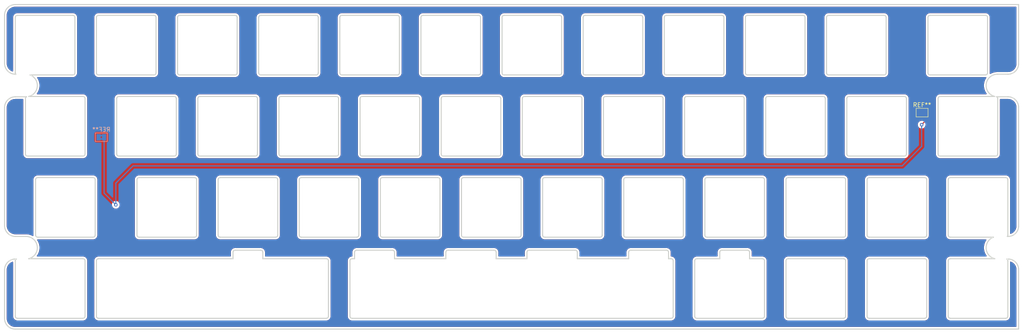
<source format=kicad_pcb>
(kicad_pcb (version 20210722) (generator pcbnew)
  (layers (0 "F.Cu" signal) (31 "B.Cu" signal) (34 "B.Paste" user) (35 "F.Paste" user) (36 "B.SilkS" user "B.Silkscreen") (37 "F.SilkS" user "F.Silkscreen") (38 "B.Mask" user) (39 "F.Mask" user) (44 "Edge.Cuts" user))
  (net 0 "")
  (footprint "Jumper:SolderJumper-2_P1.3mm_Bridged2Bar_Pad1.0x1.5mm" (layer "F.Cu") (at 239.725 87.7)
    (fp_text reference "REF**" (at 0 -1.8) (layer "F.SilkS"))
    (fp_text value "SolderJumper-2_P1.3mm_Bridged2Bar_Pad1.0x1.5mm")
    (fp_poly (pts (xy -0.25 -0.6) (xy 0.25 -0.6) (xy 0.25 -0.2) (xy -0.25 -0.2)) (layer "F.Cu") (width 0) (fill solid))
    (fp_poly (pts (xy -0.25 0.2) (xy 0.25 0.2) (xy 0.25 0.6) (xy -0.25 0.6)) (layer "F.Cu") (width 0) (fill solid))
    (fp_line (start -1.4 1) (end -1.4 -1) (layer "F.SilkS") (width 0.12))
    (fp_line (start 1.4 1) (end -1.4 1) (layer "F.SilkS") (width 0.12))
    (fp_line (start -1.4 -1) (end 1.4 -1) (layer "F.SilkS") (width 0.12))
    (fp_line (start 1.4 -1) (end 1.4 1) (layer "F.SilkS") (width 0.12))
    (pad "1" smd rect locked (at -0.65 0) (size 1 1.5) (layers "F.Cu" "F.Mask"))
    (pad "2" smd rect locked (at 0.65 0) (size 1 1.5) (layers "F.Cu" "F.Mask"))
  )
  (footprint "Jumper:SolderJumper-2_P1.3mm_Bridged2Bar_Pad1.0x1.5mm" (layer "B.Cu") (at 47 93.475 180)
    (fp_text reference "REF**" (at 0 1.8) (layer "B.SilkS") (effects (justify mirror)))
    (fp_text value "SolderJumper-2_P1.3mm_Bridged2Bar_Pad1.0x1.5mm")
    (fp_poly (pts (xy -0.25 -0.2) (xy 0.25 -0.2) (xy 0.25 -0.6) (xy -0.25 -0.6)) (layer "B.Cu") (width 0) (fill solid))
    (fp_poly (pts (xy -0.25 0.6) (xy 0.25 0.6) (xy 0.25 0.2) (xy -0.25 0.2)) (layer "B.Cu") (width 0) (fill solid))
    (fp_line (start -1.4 1) (end 1.4 1) (layer "B.SilkS") (width 0.12))
    (fp_line (start 1.4 -1) (end -1.4 -1) (layer "B.SilkS") (width 0.12))
    (fp_line (start -1.4 -1) (end -1.4 1) (layer "B.SilkS") (width 0.12))
    (fp_line (start 1.4 1) (end 1.4 -1) (layer "B.SilkS") (width 0.12))
    (pad "1" smd rect locked (at -0.65 0 180) (size 1 1.5) (layers "B.Cu" "B.Mask"))
    (pad "2" smd rect locked (at 0.65 0 180) (size 1 1.5) (layers "B.Cu" "B.Mask"))
  )
  (gr_arc (start 68.86875 116.45) (end 68.86875 116.95) (angle -90) (layer "Edge.Cuts") (width 0.25))
  (gr_arc (start 197.45625 84.4) (end 197.95625 84.4) (angle -90) (layer "Edge.Cuts") (width 0.25))
  (gr_line (start 26.79375 122.5) (end 26.79375 135.5) (layer "Edge.Cuts") (width 0.25))
  (gr_line (start 88.70625 84.4) (end 88.70625 97.4) (layer "Edge.Cuts") (width 0.25))
  (gr_line (start 241.60625 64.85) (end 254.60625 64.85) (layer "Edge.Cuts") (width 0.25))
  (gr_arc (start 221.26875 135.5) (end 221.26875 135.999999) (angle -90) (layer "Edge.Cuts") (width 0.25))
  (gr_line (start 192.21875 122) (end 192.21875 120.5) (layer "Edge.Cuts") (width 0.25))
  (gr_arc (start 165.40625 97.4) (end 164.906249 97.4) (angle -90) (layer "Edge.Cuts") (width 0.25))
  (gr_arc (start 217.79375 65.35) (end 217.79375 64.85) (angle -90) (layer "Edge.Cuts") (width 0.25))
  (gr_arc (start 45.05625 103.45) (end 45.55625 103.45) (angle -90) (layer "Edge.Cuts") (width 0.25))
  (gr_arc (start 42.675 135.5) (end 42.675 136) (angle -90) (layer "Edge.Cuts") (width 0.25))
  (gr_line (start 181.2875 122.5) (end 181.2875 135.5) (layer "Edge.Cuts") (width 0.25))
  (gr_arc (start 40.293749 65.35) (end 40.79375 65.35) (angle -90) (layer "Edge.Cuts") (width 0.25))
  (gr_line (start 203.50625 83.9) (end 216.50625 83.9) (layer "Edge.Cuts") (width 0.25))
  (gr_line (start 139.71925 122) (end 146.94325 122) (layer "Edge.Cuts") (width 0.25))
  (gr_line (start 186.8375 136) (end 202.21875 136) (layer "Edge.Cuts") (width 0.25))
  (gr_arc (start 64.10625 97.4) (end 64.10625 97.9) (angle -90) (layer "Edge.Cuts") (width 0.25))
  (gr_line (start 27.29375 136) (end 42.675 136) (layer "Edge.Cuts") (width 0.25))
  (gr_line (start 107.46875 103.45) (end 107.46875 116.45) (layer "Edge.Cuts") (width 0.25))
  (gr_line (start 113.01875 116.95) (end 126.01875 116.95) (layer "Edge.Cuts") (width 0.25))
  (gr_arc (start 32.05625 116.45) (end 31.55625 116.45) (angle -90) (layer "Edge.Cuts") (width 0.25))
  (gr_arc (start 216.50625 84.4) (end 217.00625 84.4) (angle -90) (layer "Edge.Cuts") (width 0.25))
  (gr_line (start 146.94325 122) (end 146.94325 120.5) (layer "Edge.Cuts") (width 0.25))
  (gr_line (start 202.71875 122.5) (end 202.71875 135.5) (layer "Edge.Cuts") (width 0.25))
  (gr_arc (start 227.31875 103.45) (end 227.31875 102.95) (angle -90) (layer "Edge.Cuts") (width 0.25))
  (gr_line (start 32.05625 102.95) (end 45.05625 102.95) (layer "Edge.Cuts") (width 0.25))
  (gr_line (start 29.675 97.9) (end 42.675 97.9) (layer "Edge.Cuts") (width 0.25))
  (gr_arc (start 211.74375 78.349999) (end 211.74375 78.849999) (angle -90) (layer "Edge.Cuts") (width 0.25))
  (gr_arc (start 65.39375 78.349999) (end 64.89375 78.349999) (angle -90) (layer "Edge.Cuts") (width 0.25))
  (gr_line (start 26.81875 116.775) (end 29.31875 116.775) (layer "Edge.Cuts") (width 0.25))
  (gr_line (start 145.85625 84.4) (end 145.85625 97.4) (layer "Edge.Cuts") (width 0.25))
  (gr_line (start 158.269249 120) (end 147.44325 120) (layer "Edge.Cuts") (width 0.25))
  (gr_arc (start 29.31875 81.325) (end 29.944749 83.9) (angle -145.3972241) (layer "Edge.Cuts") (width 0.25))
  (gr_line (start 46.34375 122) (end 77.91875 122) (layer "Edge.Cuts") (width 0.25))
  (gr_line (start 136.04375 65.35) (end 136.04375 78.349999) (layer "Edge.Cuts") (width 0.25))
  (gr_line (start 217.79375 64.85) (end 230.79375 64.85) (layer "Edge.Cuts") (width 0.25))
  (gr_line (start 259.91875 122.075) (end 259.632141 122.075) (layer "Edge.Cuts") (width 0.25))
  (gr_arc (start 183.16875 116.45) (end 183.16875 116.949999) (angle -90) (layer "Edge.Cuts") (width 0.25))
  (gr_line (start 27.29375 64.85) (end 40.293749 64.85) (layer "Edge.Cuts") (width 0.25))
  (gr_arc (start 29.31875 119.425) (end 29.944749 121.999999) (angle -166.336091) (layer "Edge.Cuts") (width 0.25))
  (gr_line (start 227.31875 116.95) (end 240.31875 116.95) (layer "Edge.Cuts") (width 0.25))
  (gr_arc (start 222.55625 84.4) (end 222.55625 83.899999) (angle -90) (layer "Edge.Cuts") (width 0.25))
  (gr_line (start 179.69375 64.85) (end 192.69375 64.85) (layer "Edge.Cuts") (width 0.25))
  (gr_line (start 26.81875 83.975) (end 29.31875 83.975) (layer "Edge.Cuts") (width 0.25))
  (gr_arc (start 83.15625 84.4) (end 83.65625 84.4) (angle -90) (layer "Edge.Cuts") (width 0.25))
  (gr_arc (start 113.01875 103.45) (end 113.01875 102.95) (angle -90) (layer "Edge.Cuts") (width 0.25))
  (gr_arc (start 26.81875 76.125) (end 24.26875 76.125) (angle -90) (layer "Edge.Cuts") (width 0.25))
  (gr_line (start 179.19375 65.35) (end 179.19375 78.349999) (layer "Edge.Cuts") (width 0.25))
  (gr_line (start 207.76875 103.45) (end 207.76875 116.45) (layer "Edge.Cuts") (width 0.25))
  (gr_line (start 46.34375 64.85) (end 59.34375 64.85) (layer "Edge.Cuts") (width 0.25))
  (gr_line (start 70.15625 97.9) (end 83.15625 97.9) (layer "Edge.Cuts") (width 0.25))
  (gr_arc (start 89.20625 84.4) (end 89.20625 83.899999) (angle -90) (layer "Edge.Cuts") (width 0.25))
  (gr_arc (start 87.91875 116.45) (end 87.91875 116.95) (angle -90) (layer "Edge.Cuts") (width 0.25))
  (gr_line (start 140.80625 84.4) (end 140.80625 97.4) (layer "Edge.Cuts") (width 0.25))
  (gr_arc (start 141.59375 78.349999) (end 141.093749 78.349999) (angle -90) (layer "Edge.Cuts") (width 0.25))
  (gr_line (start 93.96875 102.95) (end 106.96875 102.95) (layer "Edge.Cuts") (width 0.25))
  (gr_arc (start 240.31875 116.45) (end 240.31875 116.949999) (angle -90) (layer "Edge.Cuts") (width 0.25))
  (gr_arc (start 240.31875 122.5) (end 240.818749 122.5) (angle -90) (layer "Edge.Cuts") (width 0.25))
  (gr_arc (start 208.26875 135.5) (end 207.76875 135.5) (angle -90) (layer "Edge.Cuts") (width 0.25))
  (gr_line (start 217.29375 65.35) (end 217.29375 78.349999) (layer "Edge.Cuts") (width 0.25))
  (gr_arc (start 170.16875 103.45) (end 170.16875 102.95) (angle -90) (layer "Edge.Cuts") (width 0.25))
  (gr_arc (start 227.31875 135.5) (end 226.818749 135.5) (angle -90) (layer "Edge.Cuts") (width 0.25))
  (gr_arc (start 42.675 122.5) (end 43.175 122.5) (angle -90) (layer "Edge.Cuts") (width 0.25))
  (gr_arc (start 256.9875 97.4) (end 256.9875 97.9) (angle -90) (layer "Edge.Cuts") (width 0.25))
  (gr_arc (start 135.54375 78.349999) (end 135.54375 78.85) (angle -90) (layer "Edge.Cuts") (width 0.25))
  (gr_arc (start 84.41875 120.5) (end 84.91875 120.5) (angle -90) (layer "Edge.Cuts") (width 0.25))
  (gr_line (start 55.86875 116.95) (end 68.86875 116.95) (layer "Edge.Cuts") (width 0.25))
  (gr_line (start 40.793749 65.35) (end 40.793749 78.349999) (layer "Edge.Cuts") (width 0.25))
  (gr_line (start 222.55625 83.9) (end 235.55625 83.9) (layer "Edge.Cuts") (width 0.25))
  (gr_arc (start 202.21875 116.45) (end 202.21875 116.949999) (angle -90) (layer "Edge.Cuts") (width 0.25))
  (gr_line (start 145.56875 103.45) (end 145.56875 116.45) (layer "Edge.Cuts") (width 0.25))
  (gr_line (start 45.84375 122.5) (end 45.84375 135.5) (layer "Edge.Cuts") (width 0.25))
  (gr_line (start 217.00625 84.4) (end 217.00625 97.4) (layer "Edge.Cuts") (width 0.25))
  (gr_arc (start 160.64375 65.35) (end 160.64375 64.85) (angle -90) (layer "Edge.Cuts") (width 0.25))
  (gr_arc (start 179.69375 65.35) (end 179.69375 64.85) (angle -90) (layer "Edge.Cuts") (width 0.25))
  (gr_line (start 121.75625 84.4) (end 121.75625 97.4) (layer "Edge.Cuts") (width 0.25))
  (gr_line (start 199.21875 122) (end 202.21875 122) (layer "Edge.Cuts") (width 0.25))
  (gr_arc (start 113.01875 116.45) (end 112.51875 116.45) (angle -90) (layer "Edge.Cuts") (width 0.25))
  (gr_line (start 88.41875 103.45) (end 88.41875 116.45) (layer "Edge.Cuts") (width 0.25))
  (gr_arc (start 235.55625 84.4) (end 236.05625 84.4) (angle -90) (layer "Edge.Cuts") (width 0.25))
  (gr_arc (start 102.20625 84.4) (end 102.70625 84.4) (angle -90) (layer "Edge.Cuts") (width 0.25))
  (gr_arc (start 240.31875 135.5) (end 240.31875 135.999999) (angle -90) (layer "Edge.Cuts") (width 0.25))
  (gr_line (start 158.76925 122) (end 170.81925 122) (layer "Edge.Cuts") (width 0.25))
  (gr_arc (start 203.50625 97.4) (end 203.006249 97.4) (angle -90) (layer "Edge.Cuts") (width 0.25))
  (gr_line (start 146.35625 83.9) (end 159.35625 83.9) (layer "Edge.Cuts") (width 0.25))
  (gr_arc (start 259.91875 86.455) (end 262.39375 86.297599) (angle -86.36110281) (layer "Edge.Cuts") (width 0.25))
  (gr_line (start 77.91875 122) (end 77.91875 120.5) (layer "Edge.Cuts") (width 0.25))
  (gr_line (start 243.9875 83.9) (end 256.79275 83.9) (layer "Edge.Cuts") (width 0.25))
  (gr_arc (start 74.91875 103.45) (end 74.91875 102.95) (angle -90) (layer "Edge.Cuts") (width 0.25))
  (gr_line (start 29.944749 122) (end 42.675 122) (layer "Edge.Cuts") (width 0.25))
  (gr_line (start 170.81925 122) (end 170.81925 120.5) (layer "Edge.Cuts") (width 0.25))
  (gr_arc (start 146.35625 84.4) (end 146.35625 83.899999) (angle -90) (layer "Edge.Cuts") (width 0.25))
  (gr_line (start 83.65625 84.4) (end 83.65625 97.4) (layer "Edge.Cuts") (width 0.25))
  (gr_line (start 188.71875 103.45) (end 188.71875 116.45) (layer "Edge.Cuts") (width 0.25))
  (gr_arc (start 29.675 97.4) (end 29.174999 97.4) (angle -90) (layer "Edge.Cuts") (width 0.25))
  (gr_arc (start 164.11875 116.45) (end 164.11875 116.949999) (angle -90) (layer "Edge.Cuts") (width 0.25))
  (gr_arc (start 29.31875 81.325) (end 29.31875 83.974999) (angle -2.068860014) (layer "Edge.Cuts") (width 0.25))
  (gr_arc (start 235.55625 97.4) (end 235.55625 97.9) (angle -90) (layer "Edge.Cuts") (width 0.25))
  (gr_arc (start 202.21875 103.45) (end 202.718749 103.45) (angle -90) (layer "Edge.Cuts") (width 0.25))
  (gr_line (start 64.60625 84.4) (end 64.60625 97.4) (layer "Edge.Cuts") (width 0.25))
  (gr_arc (start 158.269249 120.5) (end 158.769249 120.5) (angle -90) (layer "Edge.Cuts") (width 0.25))
  (gr_line (start 132.06875 116.95) (end 145.06875 116.95) (layer "Edge.Cuts") (width 0.25))
  (gr_arc (start 186.8375 135.5) (end 186.337499 135.5) (angle -90) (layer "Edge.Cuts") (width 0.25))
  (gr_line (start 179.7005 120) (end 171.31925 120) (layer "Edge.Cuts") (width 0.25))
  (gr_line (start 26.81875 122.075) (end 27.030358 122.075) (layer "Edge.Cuts") (width 0.25))
  (gr_line (start 180.2005 122) (end 180.2005 120.5) (layer "Edge.Cuts") (width 0.25))
  (gr_line (start 199.21875 122) (end 199.21875 120.5) (layer "Edge.Cuts") (width 0.25))
  (gr_arc (start 45.05625 116.45) (end 45.05625 116.95) (angle -90) (layer "Edge.Cuts") (width 0.25))
  (gr_arc (start 99.825 135.5) (end 99.825 136) (angle -90) (layer "Edge.Cuts") (width 0.25))
  (gr_arc (start 180.7875 135.5) (end 180.7875 136) (angle -90) (layer "Edge.Cuts") (width 0.25))
  (gr_arc (start 259.91875 124.555) (end 262.39375 124.397599) (angle -86.36110281) (layer "Edge.Cuts") (width 0.25))
  (gr_arc (start 27.29375 78.349999) (end 26.793749 78.349999) (angle -40.54160187) (layer "Edge.Cuts") (width 0.25))
  (gr_arc (start 59.34375 78.349999) (end 59.34375 78.85) (angle -90) (layer "Edge.Cuts") (width 0.25))
  (gr_line (start 113.01875 102.95) (end 126.01875 102.95) (layer "Edge.Cuts") (width 0.25))
  (gr_arc (start 178.40625 97.4) (end 178.40625 97.9) (angle -90) (layer "Edge.Cuts") (width 0.25))
  (gr_line (start 45.84375 65.35) (end 45.84375 78.349999) (layer "Edge.Cuts") (width 0.25))
  (gr_arc (start 122.54375 78.349999) (end 122.043749 78.349999) (angle -90) (layer "Edge.Cuts") (width 0.25))
  (gr_arc (start 259.36875 103.45) (end 259.868749 103.45) (angle -90) (layer "Edge.Cuts") (width 0.25))
  (gr_line (start 112.51875 103.45) (end 112.51875 116.45) (layer "Edge.Cuts") (width 0.25))
  (gr_line (start 69.36875 103.45) (end 69.36875 116.45) (layer "Edge.Cuts") (width 0.25))
  (gr_arc (start 180.7875 122.5) (end 181.2875 122.5) (angle -90) (layer "Edge.Cuts") (width 0.25))
  (gr_arc (start 116.49375 78.349999) (end 116.49375 78.85) (angle -90) (layer "Edge.Cuts") (width 0.25))
  (gr_line (start 74.91875 102.95) (end 87.91875 102.95) (layer "Edge.Cuts") (width 0.25))
  (gr_line (start 46.34375 136) (end 99.825 136) (layer "Edge.Cuts") (width 0.25))
  (gr_line (start 127.30625 83.9) (end 140.30625 83.9) (layer "Edge.Cuts") (width 0.25))
  (gr_arc (start 127.30625 84.4) (end 127.30625 83.899999) (angle -90) (layer "Edge.Cuts") (width 0.25))
  (gr_arc (start 183.16875 103.45) (end 183.66875 103.45) (angle -90) (layer "Edge.Cuts") (width 0.25))
  (gr_line (start 141.09375 65.35) (end 141.09375 78.349999) (layer "Edge.Cuts") (width 0.25))
  (gr_arc (start 64.10625 84.4) (end 64.60625 84.4) (angle -90) (layer "Edge.Cuts") (width 0.25))
  (gr_line (start 51.10625 83.9) (end 64.10625 83.9) (layer "Edge.Cuts") (width 0.25))
  (gr_arc (start 93.96875 103.45) (end 93.96875 102.95) (angle -90) (layer "Edge.Cuts") (width 0.25))
  (gr_line (start 105.375 122.5) (end 105.375 135.5) (layer "Edge.Cuts") (width 0.25))
  (gr_arc (start 189.21875 116.45) (end 188.71875 116.45) (angle -90) (layer "Edge.Cuts") (width 0.25))
  (gr_arc (start 27.29375 135.5) (end 26.793749 135.5) (angle -90) (layer "Edge.Cuts") (width 0.25))
  (gr_arc (start 102.20625 97.4) (end 102.20625 97.9) (angle -90) (layer "Edge.Cuts") (width 0.25))
  (gr_line (start 158.76925 122) (end 158.76925 120.5) (layer "Edge.Cuts") (width 0.25))
  (gr_line (start 51.10625 97.9) (end 64.10625 97.9) (layer "Edge.Cuts") (width 0.25))
  (gr_line (start 227.31875 122) (end 240.31875 122) (layer "Edge.Cuts") (width 0.25))
  (gr_line (start 151.11875 102.95) (end 164.11875 102.95) (layer "Edge.Cuts") (width 0.25))
  (gr_line (start 155.093749 65.35) (end 155.093749 78.349999) (layer "Edge.Cuts") (width 0.25))
  (gr_arc (start 202.21875 135.5) (end 202.21875 135.999999) (angle -90) (layer "Edge.Cuts") (width 0.25))
  (gr_arc (start 243.9875 97.4) (end 243.4875 97.4) (angle -90) (layer "Edge.Cuts") (width 0.25))
  (gr_line (start 89.20625 83.9) (end 102.20625 83.9) (layer "Edge.Cuts") (width 0.25))
  (gr_arc (start 257.41875 81.325) (end 257.41875 78.674999) (angle -166.336091) (layer "Edge.Cuts") (width 0.25))
  (gr_arc (start 160.64375 78.349999) (end 160.14375 78.349999) (angle -90) (layer "Edge.Cuts") (width 0.25))
  (gr_line (start 74.91875 116.95) (end 87.91875 116.95) (layer "Edge.Cuts") (width 0.25))
  (gr_arc (start 46.34375 135.5) (end 45.843749 135.5) (angle -90) (layer "Edge.Cuts") (width 0.25))
  (gr_line (start 202.71875 103.45) (end 202.71875 116.45) (layer "Edge.Cuts") (width 0.25))
  (gr_arc (start 259.91875 76.195) (end 259.91875 78.674999) (angle -86.36110281) (layer "Edge.Cuts") (width 0.25))
  (gr_arc (start 106.962 120.5) (end 106.962 119.999999) (angle -90) (layer "Edge.Cuts") (width 0.25))
  (gr_line (start 160.64375 78.849999) (end 173.64375 78.849999) (layer "Edge.Cuts") (width 0.25))
  (gr_arc (start 184.45625 84.4) (end 184.45625 83.899999) (angle -90) (layer "Edge.Cuts") (width 0.25))
  (gr_line (start 29.944749 83.9) (end 42.675 83.9) (layer "Edge.Cuts") (width 0.25))
  (gr_arc (start 26.81875 124.625) (end 26.81875 122.074999) (angle -90) (layer "Edge.Cuts") (width 0.25))
  (gr_arc (start 154.593749 65.35) (end 155.093749 65.35) (angle -90) (layer "Edge.Cuts") (width 0.25))
  (gr_arc (start 179.7005 120.5) (end 180.200499 120.5) (angle -90) (layer "Edge.Cuts") (width 0.25))
  (gr_arc (start 51.10625 84.4) (end 51.10625 83.899999) (angle -90) (layer "Edge.Cuts") (width 0.25))
  (gr_arc (start 139.21925 120.5) (end 139.71925 120.5) (angle -90) (layer "Edge.Cuts") (width 0.25))
  (gr_line (start 243.4875 84.4) (end 243.4875 97.4) (layer "Edge.Cuts") (width 0.25))
  (gr_line (start 240.81875 122.5) (end 240.81875 135.5) (layer "Edge.Cuts") (width 0.25))
  (gr_line (start 151.11875 116.95) (end 164.11875 116.95) (layer "Edge.Cuts") (width 0.25))
  (gr_line (start 45.55625 103.45) (end 45.55625 116.45) (layer "Edge.Cuts") (width 0.25))
  (gr_line (start 186.8375 122) (end 192.21875 122) (layer "Edge.Cuts") (width 0.25))
  (gr_arc (start 240.31875 103.45) (end 240.818749 103.45) (angle -90) (layer "Edge.Cuts") (width 0.25))
  (gr_line (start 183.95625 84.4) (end 183.95625 97.4) (layer "Edge.Cuts") (width 0.25))
  (gr_arc (start 140.30625 97.4) (end 140.30625 97.9) (angle -90) (layer "Edge.Cuts") (width 0.25))
  (gr_line (start 160.64375 64.85) (end 173.64375 64.85) (layer "Edge.Cuts") (width 0.25))
  (gr_arc (start 65.39375 65.35) (end 65.39375 64.85) (angle -90) (layer "Edge.Cuts") (width 0.25))
  (gr_line (start 93.96875 116.95) (end 106.96875 116.95) (layer "Edge.Cuts") (width 0.25))
  (gr_line (start 189.21875 116.95) (end 202.21875 116.95) (layer "Edge.Cuts") (width 0.25))
  (gr_line (start 174.14375 65.35) (end 174.14375 78.349999) (layer "Edge.Cuts") (width 0.25))
  (gr_arc (start 126.01875 103.45) (end 126.51875 103.45) (angle -90) (layer "Edge.Cuts") (width 0.25))
  (gr_line (start 24.26875 124.625) (end 24.26875 136.025) (layer "Edge.Cuts") (width 0.25))
  (gr_line (start 122.54375 64.85) (end 135.54375 64.85) (layer "Edge.Cuts") (width 0.25))
  (gr_arc (start 97.44375 65.35) (end 97.94375 65.35) (angle -90) (layer "Edge.Cuts") (width 0.25))
  (gr_line (start 164.61875 103.45) (end 164.61875 116.45) (layer "Edge.Cuts") (width 0.25))
  (gr_arc (start 246.36875 103.45) (end 246.36875 102.949999) (angle -90) (layer "Edge.Cuts") (width 0.25))
  (gr_arc (start 97.44375 78.349999) (end 97.44375 78.85) (angle -90) (layer "Edge.Cuts") (width 0.25))
  (gr_arc (start 230.79375 65.35) (end 231.29375 65.35) (angle -90) (layer "Edge.Cuts") (width 0.25))
  (gr_arc (start 128.39325 120.5) (end 128.39325 120) (angle -90) (layer "Edge.Cuts") (width 0.25))
  (gr_line (start 203.50625 97.9) (end 216.50625 97.9) (layer "Edge.Cuts") (width 0.25))
  (gr_line (start 55.36875 103.45) (end 55.36875 116.45) (layer "Edge.Cuts") (width 0.25))
  (gr_line (start 100.325 122.5) (end 100.325 135.5) (layer "Edge.Cuts") (width 0.25))
  (gr_arc (start 216.50625 97.4) (end 216.50625 97.9) (angle -90) (layer "Edge.Cuts") (width 0.25))
  (gr_arc (start 147.44325 120.5) (end 147.44325 119.999999) (angle -90) (layer "Edge.Cuts") (width 0.25))
  (gr_arc (start 151.11875 103.45) (end 151.11875 102.949999) (angle -90) (layer "Edge.Cuts") (width 0.25))
  (gr_arc (start 121.25625 84.4) (end 121.75625 84.4) (angle -90) (layer "Edge.Cuts") (width 0.25))
  (gr_arc (start 146.35625 97.4) (end 145.856249 97.4) (angle -90) (layer "Edge.Cuts") (width 0.25))
  (gr_arc (start 241.60625 65.35) (end 241.60625 64.849999) (angle -90) (layer "Edge.Cuts") (width 0.25))
  (gr_line (start 70.15625 83.9) (end 83.15625 83.9) (layer "Edge.Cuts") (width 0.25))
  (gr_arc (start 135.54375 65.35) (end 136.04375 65.35) (angle -90) (layer "Edge.Cuts") (width 0.25))
  (gr_line (start 107.75625 84.4) (end 107.75625 97.4) (layer "Edge.Cuts") (width 0.25))
  (gr_line (start 97.94375 65.35) (end 97.94375 78.349999) (layer "Edge.Cuts") (width 0.25))
  (gr_line (start 203.00625 84.4) (end 203.00625 97.4) (layer "Edge.Cuts") (width 0.25))
  (gr_line (start 245.86875 122.5) (end 245.86875 135.5) (layer "Edge.Cuts") (width 0.25))
  (gr_line (start 240.81875 103.45) (end 240.81875 116.45) (layer "Edge.Cuts") (width 0.25))
  (gr_arc (start 106.96875 103.45) (end 107.46875 103.45) (angle -90) (layer "Edge.Cuts") (width 0.25))
  (gr_arc (start 27.29375 65.35) (end 27.29375 64.849999) (angle -90) (layer "Edge.Cuts") (width 0.25))
  (gr_line (start 116.99375 65.35) (end 116.99375 78.349999) (layer "Edge.Cuts") (width 0.25))
  (gr_arc (start 26.76875 136.025) (end 24.26875 136.025) (angle -90) (layer "Edge.Cuts") (width 0.25))
  (gr_line (start 115.34325 120) (end 106.962 120) (layer "Edge.Cuts") (width 0.25))
  (gr_line (start 83.94375 65.35) (end 83.94375 78.349999) (layer "Edge.Cuts") (width 0.25))
  (gr_arc (start 246.36875 116.45) (end 245.868749 116.45) (angle -90) (layer "Edge.Cuts") (width 0.25))
  (gr_line (start 198.24375 65.35) (end 198.24375 78.349999) (layer "Edge.Cuts") (width 0.25))
  (gr_line (start 127.89325 122) (end 127.89325 120.5) (layer "Edge.Cuts") (width 0.25))
  (gr_line (start 231.29375 65.35) (end 231.29375 78.349999) (layer "Edge.Cuts") (width 0.25))
  (gr_arc (start 202.21875 122.5) (end 202.718749 122.5) (angle -90) (layer "Edge.Cuts") (width 0.25))
  (gr_line (start 262.39375 62.325) (end 262.39375 76.3524) (layer "Edge.Cuts") (width 0.25))
  (gr_line (start 84.41875 120) (end 78.41875 120) (layer "Edge.Cuts") (width 0.25))
  (gr_arc (start 230.79375 78.349999) (end 230.79375 78.849999) (angle -90) (layer "Edge.Cuts") (width 0.25))
  (gr_line (start 126.80625 84.4) (end 126.80625 97.4) (layer "Edge.Cuts") (width 0.25))
  (gr_line (start 222.55625 97.9) (end 235.55625 97.9) (layer "Edge.Cuts") (width 0.25))
  (gr_arc (start 132.06875 116.45) (end 131.56875 116.45) (angle -90) (layer "Edge.Cuts") (width 0.25))
  (gr_line (start 146.35625 97.9) (end 159.35625 97.9) (layer "Edge.Cuts") (width 0.25))
  (gr_arc (start 83.15625 97.4) (end 83.15625 97.9) (angle -90) (layer "Edge.Cuts") (width 0.25))
  (gr_arc (start 46.34375 122.5) (end 46.34375 121.999999) (angle -90) (layer "Edge.Cuts") (width 0.25))
  (gr_line (start 259.91875 78.675) (end 257.41875 78.675) (layer "Edge.Cuts") (width 0.25))
  (gr_line (start 26.81875 78.675) (end 26.913782 78.675) (layer "Edge.Cuts") (width 0.25))
  (gr_line (start 65.39375 64.85) (end 78.39375 64.85) (layer "Edge.Cuts") (width 0.25))
  (gr_line (start 246.36875 116.95) (end 256.471715 116.95) (layer "Edge.Cuts") (width 0.25))
  (gr_line (start 132.06875 102.95) (end 145.06875 102.95) (layer "Edge.Cuts") (width 0.25))
  (gr_line (start 245.86875 103.45) (end 245.86875 116.45) (layer "Edge.Cuts") (width 0.25))
  (gr_arc (start 198.71875 120.5) (end 199.218749 120.5) (angle -90) (layer "Edge.Cuts") (width 0.25))
  (gr_line (start 246.36875 122) (end 256.79275 122) (layer "Edge.Cuts") (width 0.25))
  (gr_arc (start 115.34325 120.5) (end 115.84325 120.5) (angle -90) (layer "Edge.Cuts") (width 0.25))
  (gr_arc (start 108.25625 97.4) (end 107.756249 97.4) (angle -90) (layer "Edge.Cuts") (width 0.25))
  (gr_line (start 178.90625 84.4) (end 178.90625 97.4) (layer "Edge.Cuts") (width 0.25))
  (gr_line (start 262.39375 86.297599) (end 262.39375 114.4524) (layer "Edge.Cuts") (width 0.25))
  (gr_arc (start 42.675 97.4) (end 42.675 97.9) (angle -90) (layer "Edge.Cuts") (width 0.25))
  (gr_arc (start 198.74375 78.349999) (end 198.24375 78.349999) (angle -90) (layer "Edge.Cuts") (width 0.25))
  (gr_arc (start 42.675 84.4) (end 43.175 84.4) (angle -90) (layer "Edge.Cuts") (width 0.25))
  (gr_arc (start 55.86875 116.45) (end 55.368749 116.45) (angle -90) (layer "Edge.Cuts") (width 0.25))
  (gr_line (start 108.25625 97.9) (end 121.25625 97.9) (layer "Edge.Cuts") (width 0.25))
  (gr_line (start 186.3375 122.5) (end 186.3375 135.5) (layer "Edge.Cuts") (width 0.25))
  (gr_line (start 208.26875 116.95) (end 221.26875 116.95) (layer "Edge.Cuts") (width 0.25))
  (gr_line (start 30.265784 78.849999) (end 40.293749 78.849999) (layer "Edge.Cuts") (width 0.25))
  (gr_arc (start 197.45625 97.4) (end 197.45625 97.9) (angle -90) (layer "Edge.Cuts") (width 0.25))
  (gr_line (start 46.34375 78.849999) (end 59.34375 78.849999) (layer "Edge.Cuts") (width 0.25))
  (gr_line (start 105.875 136) (end 180.7875 136) (layer "Edge.Cuts") (width 0.25))
  (gr_line (start 197.95625 84.4) (end 197.95625 97.4) (layer "Edge.Cuts") (width 0.25))
  (gr_arc (start 259.36875 135.5) (end 259.36875 135.999999) (angle -90) (layer "Edge.Cuts") (width 0.25))
  (gr_line (start 122.54375 78.849999) (end 135.54375 78.849999) (layer "Edge.Cuts") (width 0.25))
  (gr_line (start 246.36875 136) (end 259.36875 136) (layer "Edge.Cuts") (width 0.25))
  (gr_line (start 141.59375 78.849999) (end 154.593749 78.849999) (layer "Edge.Cuts") (width 0.25))
  (gr_arc (start 26.81875 86.525) (end 26.81875 83.975) (angle -90) (layer "Edge.Cuts") (width 0.25))
  (gr_line (start 59.84375 65.35) (end 59.84375 78.349999) (layer "Edge.Cuts") (width 0.25))
  (gr_arc (start 78.39375 78.349999) (end 78.39375 78.849999) (angle -90) (layer "Edge.Cuts") (width 0.25))
  (gr_line (start 93.46875 103.45) (end 93.46875 116.45) (layer "Edge.Cuts") (width 0.25))
  (gr_line (start 43.175 84.4) (end 43.175 97.4) (layer "Edge.Cuts") (width 0.25))
  (gr_arc (start 189.21875 103.45) (end 189.21875 102.95) (angle -90) (layer "Edge.Cuts") (width 0.25))
  (gr_arc (start 70.15625 97.4) (end 69.65625 97.4) (angle -90) (layer "Edge.Cuts") (width 0.25))
  (gr_arc (start 122.54375 65.35) (end 122.54375 64.849999) (angle -90) (layer "Edge.Cuts") (width 0.25))
  (gr_line (start 31.55625 103.45) (end 31.55625 116.45) (layer "Edge.Cuts") (width 0.25))
  (gr_arc (start 257.41875 81.325) (end 257.241009 83.969032) (angle -3.845822188) (layer "Edge.Cuts") (width 0.25))
  (gr_line (start 221.76875 103.45) (end 221.76875 116.45) (layer "Edge.Cuts") (width 0.25))
  (gr_arc (start 246.36875 122.5) (end 246.36875 121.999999) (angle -90) (layer "Edge.Cuts") (width 0.25))
  (gr_line (start 89.20625 97.9) (end 102.20625 97.9) (layer "Edge.Cuts") (width 0.25))
  (gr_arc (start 87.91875 103.45) (end 88.418749 103.45) (angle -90) (layer "Edge.Cuts") (width 0.25))
  (gr_arc (start 46.34375 78.349999) (end 45.843749 78.349999) (angle -90) (layer "Edge.Cuts") (width 0.25))
  (gr_line (start 170.16875 116.95) (end 183.16875 116.95) (layer "Edge.Cuts") (width 0.25))
  (gr_line (start 184.45625 83.9) (end 197.45625 83.9) (layer "Edge.Cuts") (width 0.25))
  (gr_arc (start 254.60625 78.349999) (end 254.60625 78.85) (angle -90) (layer "Edge.Cuts") (width 0.25))
  (gr_line (start 78.89375 65.35) (end 78.89375 78.349999) (layer "Edge.Cuts") (width 0.25))
  (gr_arc (start 40.293749 78.349999) (end 40.293749 78.85) (angle -90) (layer "Edge.Cuts") (width 0.25))
  (gr_arc (start 178.40625 84.4) (end 178.90625 84.4) (angle -90) (layer "Edge.Cuts") (width 0.25))
  (gr_line (start 26.79375 65.35) (end 26.79375 78.349999) (layer "Edge.Cuts") (width 0.25))
  (gr_arc (start 173.64375 78.349999) (end 173.64375 78.849999) (angle -90) (layer "Edge.Cuts") (width 0.25))
  (gr_line (start 108.25625 83.9) (end 121.25625 83.9) (layer "Edge.Cuts") (width 0.25))
  (gr_arc (start 227.31875 116.45) (end 226.81875 116.45) (angle -90) (layer "Edge.Cuts") (width 0.25))
  (gr_line (start 150.61875 103.45) (end 150.61875 116.45) (layer "Edge.Cuts") (width 0.25))
  (gr_arc (start 246.36875 135.5) (end 245.868749 135.5) (angle -90) (layer "Edge.Cuts") (width 0.25))
  (gr_arc (start 116.49375 65.35) (end 116.99375 65.35) (angle -90) (layer "Edge.Cuts") (width 0.25))
  (gr_arc (start 208.26875 103.45) (end 208.26875 102.95) (angle -90) (layer "Edge.Cuts") (width 0.25))
  (gr_line (start 103.49375 64.85) (end 116.49375 64.85) (layer "Edge.Cuts") (width 0.25))
  (gr_line (start 115.84325 122) (end 115.84325 120.5) (layer "Edge.Cuts") (width 0.25))
  (gr_line (start 102.70625 84.4) (end 102.70625 97.4) (layer "Edge.Cuts") (width 0.25))
  (gr_line (start 207.76875 122.5) (end 207.76875 135.5) (layer "Edge.Cuts") (width 0.25))
  (gr_line (start 180.2005 122) (end 180.7875 122) (layer "Edge.Cuts") (width 0.25))
  (gr_arc (start 127.30625 97.4) (end 126.80625 97.4) (angle -90) (layer "Edge.Cuts") (width 0.25))
  (gr_arc (start 203.50625 84.4) (end 203.50625 83.899999) (angle -90) (layer "Edge.Cuts") (width 0.25))
  (gr_arc (start 208.26875 116.45) (end 207.76875 116.45) (angle -90) (layer "Edge.Cuts") (width 0.25))
  (gr_arc (start 256.9875 84.4) (end 257.4875 84.4) (angle -59.53452366) (layer "Edge.Cuts") (width 0.25))
  (gr_arc (start 221.26875 116.45) (end 221.26875 116.949999) (angle -90) (layer "Edge.Cuts") (width 0.25))
  (gr_arc (start 171.31925 120.5) (end 171.31925 119.999999) (angle -90) (layer "Edge.Cuts") (width 0.25))
  (gr_line (start 179.69375 78.849999) (end 192.69375 78.849999) (layer "Edge.Cuts") (width 0.25))
  (gr_arc (start 78.41875 120.5) (end 78.41875 119.999999) (angle -90) (layer "Edge.Cuts") (width 0.25))
  (gr_arc (start 221.26875 122.5) (end 221.768749 122.5) (angle -90) (layer "Edge.Cuts") (width 0.25))
  (gr_arc (start 59.34375 65.35) (end 59.84375 65.35) (angle -90) (layer "Edge.Cuts") (width 0.25))
  (gr_line (start 126.51875 103.45) (end 126.51875 116.45) (layer "Edge.Cuts") (width 0.25))
  (gr_line (start 184.45625 97.9) (end 197.45625 97.9) (layer "Edge.Cuts") (width 0.25))
  (gr_line (start 84.91875 122) (end 84.91875 120.5) (layer "Edge.Cuts") (width 0.25))
  (gr_arc (start 192.69375 78.349999) (end 192.69375 78.849999) (angle -90) (layer "Edge.Cuts") (width 0.25))
  (gr_arc (start 164.11875 103.45) (end 164.618749 103.45) (angle -90) (layer "Edge.Cuts") (width 0.25))
  (gr_line (start 106.462 122) (end 106.462 120.5) (layer "Edge.Cuts") (width 0.25))
  (gr_line (start 221.76875 122.5) (end 221.76875 135.5) (layer "Edge.Cuts") (width 0.25))
  (gr_arc (start 257.41875 119.425) (end 256.471715 116.95) (angle -145.3972241) (layer "Edge.Cuts") (width 0.25))
  (gr_line (start 69.65625 84.4) (end 69.65625 97.4) (layer "Edge.Cuts") (width 0.25))
  (gr_arc (start 186.8375 122.5) (end 186.8375 122) (angle -90) (layer "Edge.Cuts") (width 0.25))
  (gr_arc (start 74.91875 116.45) (end 74.41875 116.45) (angle -90) (layer "Edge.Cuts") (width 0.25))
  (gr_line (start 262.39375 124.397599) (end 262.39375 138.525) (layer "Edge.Cuts") (width 0.25))
  (gr_line (start 257.4875 84.4) (end 257.4875 97.4) (layer "Edge.Cuts") (width 0.25))
  (gr_arc (start 26.76875 64.825) (end 26.76875 62.325) (angle -90) (layer "Edge.Cuts") (width 0.25))
  (gr_line (start 208.26875 122) (end 221.26875 122) (layer "Edge.Cuts") (width 0.25))
  (gr_arc (start 106.96875 116.45) (end 106.96875 116.95) (angle -90) (layer "Edge.Cuts") (width 0.25))
  (gr_arc (start 140.30625 84.4) (end 140.80625 84.4) (angle -90) (layer "Edge.Cuts") (width 0.25))
  (gr_arc (start 173.64375 65.35) (end 174.143749 65.35) (angle -90) (layer "Edge.Cuts") (width 0.25))
  (gr_arc (start 259.36875 122.5) (end 259.868749 122.5) (angle -58.21166938) (layer "Edge.Cuts") (width 0.25))
  (gr_line (start 259.86875 122.5) (end 259.86875 135.5) (layer "Edge.Cuts") (width 0.25))
  (gr_line (start 169.66875 103.45) (end 169.66875 116.45) (layer "Edge.Cuts") (width 0.25))
  (gr_line (start 26.76875 138.525) (end 262.39375 138.525) (layer "Edge.Cuts") (width 0.25))
  (gr_arc (start 51.10625 97.4) (end 50.606249 97.4) (angle -90) (layer "Edge.Cuts") (width 0.25))
  (gr_arc (start 170.16875 116.45) (end 169.66875 116.45) (angle -90) (layer "Edge.Cuts") (width 0.25))
  (gr_arc (start 132.06875 103.45) (end 132.06875 102.95) (angle -90) (layer "Edge.Cuts") (width 0.25))
  (gr_line (start 65.39375 78.849999) (end 78.39375 78.849999) (layer "Edge.Cuts") (width 0.25))
  (gr_arc (start 68.86875 103.45) (end 69.36875 103.45) (angle -90) (layer "Edge.Cuts") (width 0.25))
  (gr_arc (start 70.15625 84.4) (end 70.15625 83.899999) (angle -90) (layer "Edge.Cuts") (width 0.25))
  (gr_arc (start 145.06875 116.45) (end 145.06875 116.95) (angle -90) (layer "Edge.Cuts") (width 0.25))
  (gr_arc (start 126.01875 116.45) (end 126.01875 116.95) (angle -90) (layer "Edge.Cuts") (width 0.25))
  (gr_arc (start 192.71875 120.5) (end 192.71875 119.999999) (angle -90) (layer "Edge.Cuts") (width 0.25))
  (gr_arc (start 259.36875 116.45) (end 259.748717 116.774999) (angle -40.54160187) (layer "Edge.Cuts") (width 0.25))
  (gr_arc (start 254.60625 65.35) (end 255.10625 65.35) (angle -90) (layer "Edge.Cuts") (width 0.25))
  (gr_arc (start 222.55625 97.4) (end 222.056249 97.4) (angle -90) (layer "Edge.Cuts") (width 0.25))
  (gr_arc (start 159.35625 84.4) (end 159.85625 84.4) (angle -90) (layer "Edge.Cuts") (width 0.25))
  (gr_arc (start 121.25625 97.4) (end 121.25625 97.9) (angle -90) (layer "Edge.Cuts") (width 0.25))
  (gr_line (start 122.04375 65.35) (end 122.04375 78.349999) (layer "Edge.Cuts") (width 0.25))
  (gr_line (start 164.90625 84.4) (end 164.90625 97.4) (layer "Edge.Cuts") (width 0.25))
  (gr_line (start 84.91875 122) (end 99.825 122) (layer "Edge.Cuts") (width 0.25))
  (gr_arc (start 84.44375 78.349999) (end 83.943749 78.349999) (angle -90) (layer "Edge.Cuts") (width 0.25))
  (gr_line (start 241.10625 65.35) (end 241.10625 78.349999) (layer "Edge.Cuts") (width 0.25))
  (gr_arc (start 93.96875 116.45) (end 93.46875 116.45) (angle -90) (layer "Edge.Cuts") (width 0.25))
  (gr_line (start 222.05625 84.4) (end 222.05625 97.4) (layer "Edge.Cuts") (width 0.25))
  (gr_line (start 241.60625 78.849999) (end 254.60625 78.849999) (layer "Edge.Cuts") (width 0.25))
  (gr_line (start 131.56875 103.45) (end 131.56875 116.45) (layer "Edge.Cuts") (width 0.25))
  (gr_arc (start 46.34375 65.35) (end 46.34375 64.849999) (angle -90) (layer "Edge.Cuts") (width 0.25))
  (gr_line (start 227.31875 102.95) (end 240.31875 102.95) (layer "Edge.Cuts") (width 0.25))
  (gr_arc (start 151.11875 116.45) (end 150.61875 116.45) (angle -90) (layer "Edge.Cuts") (width 0.25))
  (gr_arc (start 26.81875 114.225) (end 24.26875 114.225) (angle -90) (layer "Edge.Cuts") (width 0.25))
  (gr_arc (start 241.60625 78.349999) (end 241.106249 78.349999) (angle -90) (layer "Edge.Cuts") (width 0.25))
  (gr_line (start 105.875 122) (end 106.462 122) (layer "Edge.Cuts") (width 0.25))
  (gr_line (start 198.74375 78.849999) (end 211.74375 78.849999) (layer "Edge.Cuts") (width 0.25))
  (gr_line (start 115.84325 122) (end 127.89325 122) (layer "Edge.Cuts") (width 0.25))
  (gr_arc (start 84.44375 65.35) (end 84.44375 64.849999) (angle -90) (layer "Edge.Cuts") (width 0.25))
  (gr_line (start 160.14375 65.35) (end 160.14375 78.349999) (layer "Edge.Cuts") (width 0.25))
  (gr_line (start 189.21875 102.95) (end 202.21875 102.95) (layer "Edge.Cuts") (width 0.25))
  (gr_arc (start 29.675 84.4) (end 29.414416 83.973272) (angle -58.58943834) (layer "Edge.Cuts") (width 0.25))
  (gr_line (start 255.10625 65.35) (end 255.10625 78.349999) (layer "Edge.Cuts") (width 0.25))
  (gr_arc (start 165.40625 84.4) (end 165.40625 83.899999) (angle -90) (layer "Edge.Cuts") (width 0.25))
  (gr_line (start 159.85625 84.4) (end 159.85625 97.4) (layer "Edge.Cuts") (width 0.25))
  (gr_line (start 64.89375 65.35) (end 64.89375 78.349999) (layer "Edge.Cuts") (width 0.25))
  (gr_line (start 32.05625 116.95) (end 45.05625 116.95) (layer "Edge.Cuts") (width 0.25))
  (gr_line (start 29.175 84.4) (end 29.175 97.4) (layer "Edge.Cuts") (width 0.25))
  (gr_line (start 43.175 122.5) (end 43.175 135.5) (layer "Edge.Cuts") (width 0.25))
  (gr_line (start 246.36875 102.95) (end 259.36875 102.95) (layer "Edge.Cuts") (width 0.25))
  (gr_arc (start 27.29375 122.5) (end 27.030358 122.075) (angle -58.21166938) (layer "Edge.Cuts") (width 0.25))
  (gr_arc (start 78.39375 65.35) (end 78.893749 65.35) (angle -90) (layer "Edge.Cuts") (width 0.25))
  (gr_arc (start 179.69375 78.349999) (end 179.19375 78.349999) (angle -90) (layer "Edge.Cuts") (width 0.25))
  (gr_line (start 102.99375 65.35) (end 102.99375 78.349999) (layer "Edge.Cuts") (width 0.25))
  (gr_arc (start 184.45625 97.4) (end 183.956249 97.4) (angle -90) (layer "Edge.Cuts") (width 0.25))
  (gr_arc (start 145.06875 103.45) (end 145.56875 103.45) (angle -90) (layer "Edge.Cuts") (width 0.25))
  (gr_line (start 226.81875 103.45) (end 226.81875 116.45) (layer "Edge.Cuts") (width 0.25))
  (gr_line (start 183.66875 103.45) (end 183.66875 116.45) (layer "Edge.Cuts") (width 0.25))
  (gr_arc (start 227.31875 122.5) (end 227.31875 122) (angle -90) (layer "Edge.Cuts") (width 0.25))
  (gr_arc (start 192.69375 65.35) (end 193.193749 65.35) (angle -90) (layer "Edge.Cuts") (width 0.25))
  (gr_arc (start 154.593749 78.349999) (end 154.593749 78.849999) (angle -90) (layer "Edge.Cuts") (width 0.25))
  (gr_line (start 226.81875 122.5) (end 226.81875 135.5) (layer "Edge.Cuts") (width 0.25))
  (gr_line (start 84.44375 64.85) (end 97.44375 64.85) (layer "Edge.Cuts") (width 0.25))
  (gr_line (start 259.91875 116.775) (end 259.748717 116.775) (layer "Edge.Cuts") (width 0.25))
  (gr_line (start 227.31875 136) (end 240.31875 136) (layer "Edge.Cuts") (width 0.25))
  (gr_line (start 212.24375 65.35) (end 212.24375 78.349999) (layer "Edge.Cuts") (width 0.25))
  (gr_line (start 139.71925 122) (end 139.71925 120.5) (layer "Edge.Cuts") (width 0.25))
  (gr_arc (start 221.26875 103.45) (end 221.768749 103.45) (angle -90) (layer "Edge.Cuts") (width 0.25))
  (gr_line (start 139.21925 120) (end 128.39325 120) (layer "Edge.Cuts") (width 0.25))
  (gr_line (start 165.40625 97.9) (end 178.40625 97.9) (layer "Edge.Cuts") (width 0.25))
  (gr_arc (start 159.35625 97.4) (end 159.35625 97.9) (angle -90) (layer "Edge.Cuts") (width 0.25))
  (gr_line (start 84.44375 78.849999) (end 97.44375 78.849999) (layer "Edge.Cuts") (width 0.25))
  (gr_line (start 243.9875 97.9) (end 256.9875 97.9) (layer "Edge.Cuts") (width 0.25))
  (gr_line (start 208.26875 102.95) (end 221.26875 102.95) (layer "Edge.Cuts") (width 0.25))
  (gr_line (start 259.86875 103.45) (end 259.86875 116.45) (layer "Edge.Cuts") (width 0.25))
  (gr_line (start 74.41875 103.45) (end 74.41875 116.45) (layer "Edge.Cuts") (width 0.25))
  (gr_arc (start 55.86875 103.45) (end 55.86875 102.949999) (angle -90) (layer "Edge.Cuts") (width 0.25))
  (gr_arc (start 208.26875 122.5) (end 208.26875 122) (angle -90) (layer "Edge.Cuts") (width 0.25))
  (gr_line (start 127.30625 97.9) (end 140.30625 97.9) (layer "Edge.Cuts") (width 0.25))
  (gr_arc (start 141.59375 65.35) (end 141.59375 64.85) (angle -90) (layer "Edge.Cuts") (width 0.25))
  (gr_arc (start 198.74375 65.35) (end 198.74375 64.85) (angle -90) (layer "Edge.Cuts") (width 0.25))
  (gr_arc (start 99.825 122.5) (end 100.325 122.5) (angle -90) (layer "Edge.Cuts") (width 0.25))
  (gr_line (start 217.79375 78.849999) (end 230.79375 78.849999) (layer "Edge.Cuts") (width 0.25))
  (gr_line (start 170.16875 102.95) (end 183.16875 102.95) (layer "Edge.Cuts") (width 0.25))
  (gr_line (start 103.49375 78.849999) (end 116.49375 78.849999) (layer "Edge.Cuts") (width 0.25))
  (gr_line (start 55.86875 102.95) (end 68.86875 102.95) (layer "Edge.Cuts") (width 0.25))
  (gr_arc (start 89.20625 97.4) (end 88.70625 97.4) (angle -90) (layer "Edge.Cuts") (width 0.25))
  (gr_line (start 26.76875 62.325) (end 262.39375 62.325) (layer "Edge.Cuts") (width 0.25))
  (gr_line (start 208.26875 136) (end 221.26875 136) (layer "Edge.Cuts") (width 0.25))
  (gr_line (start 141.59375 64.85) (end 154.593749 64.85) (layer "Edge.Cuts") (width 0.25))
  (gr_arc (start 105.875 122.5) (end 105.875 121.999999) (angle -90) (layer "Edge.Cuts") (width 0.25))
  (gr_arc (start 103.49375 65.35) (end 103.49375 64.849999) (angle -90) (layer "Edge.Cuts") (width 0.25))
  (gr_arc (start 217.79375 78.349999) (end 217.29375 78.349999) (angle -90) (layer "Edge.Cuts") (width 0.25))
  (gr_arc (start 103.49375 78.349999) (end 102.99375 78.349999) (angle -90) (layer "Edge.Cuts") (width 0.25))
  (gr_arc (start 105.875 135.5) (end 105.374999 135.5) (angle -90) (layer "Edge.Cuts") (width 0.25))
  (gr_line (start 165.40625 83.9) (end 178.40625 83.9) (layer "Edge.Cuts") (width 0.25))
  (gr_line (start 50.60625 84.4) (end 50.60625 97.4) (layer "Edge.Cuts") (width 0.25))
  (gr_arc (start 259.91875 114.295) (end 259.91875 116.774999) (angle -86.36110281) (layer "Edge.Cuts") (width 0.25))
  (gr_arc (start 108.25625 84.4) (end 108.25625 83.899999) (angle -90) (layer "Edge.Cuts") (width 0.25))
  (gr_arc (start 32.05625 103.45) (end 32.05625 102.95) (angle -90) (layer "Edge.Cuts") (width 0.25))
  (gr_line (start 259.91875 83.975) (end 257.41875 83.975) (layer "Edge.Cuts") (width 0.25))
  (gr_arc (start 211.74375 65.35) (end 212.243749 65.35) (angle -90) (layer "Edge.Cuts") (width 0.25))
  (gr_line (start 24.26875 86.525) (end 24.26875 114.225) (layer "Edge.Cuts") (width 0.25))
  (gr_line (start 193.19375 65.35) (end 193.19375 78.349999) (layer "Edge.Cuts") (width 0.25))
  (gr_arc (start 243.9875 84.4) (end 243.9875 83.9) (angle -90) (layer "Edge.Cuts") (width 0.25))
  (gr_line (start 198.74375 64.85) (end 211.74375 64.85) (layer "Edge.Cuts") (width 0.25))
  (gr_line (start 24.26875 64.825) (end 24.26875 76.125) (layer "Edge.Cuts") (width 0.25))
  (gr_line (start 198.71875 120) (end 192.71875 120) (layer "Edge.Cuts") (width 0.25))
  (gr_line (start 236.05625 84.4) (end 236.05625 97.4) (layer "Edge.Cuts") (width 0.25))
  (segment (start 240.375 89.775) (end 240.375 87.7) (width 0.25) (layer "F.Cu") (net 0))
  (segment (start 239.625 90.525) (end 240.375 89.775) (width 0.25) (layer "F.Cu") (net 0))
  (via (at 239.625 90.525) (size 0.8) (drill 0.4) (layers "F.Cu" "B.Cu") (net 0))
  (via (at 50.4 109.35) (size 0.8) (drill 0.4) (layers "F.Cu" "B.Cu") (net 0))
  (segment (start 54.45 100.2) (end 235.05 100.2) (width 0.25) (layer "B.Cu") (net 0))
  (segment (start 50.4 109.35) (end 50.4 104.25) (width 0.25) (layer "B.Cu") (net 0))
  (segment (start 47.65 93.475) (end 47.65 106.6) (width 0.25) (layer "B.Cu") (net 0))
  (segment (start 239.625 95.625) (end 239.625 90.525) (width 0.25) (layer "B.Cu") (net 0))
  (segment (start 50.4 104.25) (end 54.45 100.2) (width 0.25) (layer "B.Cu") (net 0))
  (segment (start 235.05 100.2) (end 239.625 95.625) (width 0.25) (layer "B.Cu") (net 0))
  (segment (start 47.65 106.6) (end 50.4 109.35) (width 0.25) (layer "B.Cu") (net 0))
  (zone (net 0) (net_name "") (layers F&B.Cu) (connect_pads (clearance 0.508)) (min_thickness 0.254) (fill yes (thermal_gap 0.508) (thermal_bridge_width 0.508))
    (polygon (pts (xy 263.675 61.375) (xy 263.475 139.9) (xy 23.35 140.175) (xy 23.2 61.25)))
  )
)
</source>
